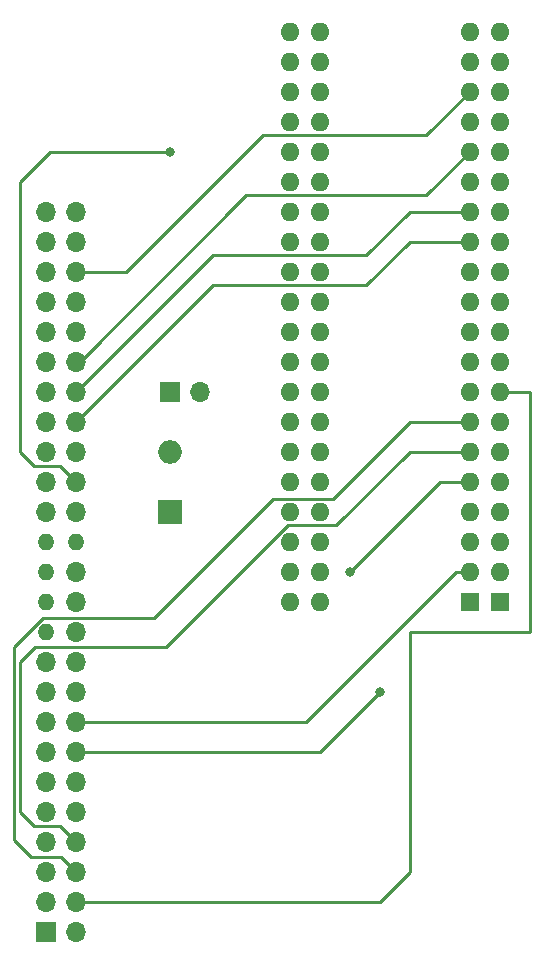
<source format=gbr>
%TF.GenerationSoftware,KiCad,Pcbnew,(6.0.6-0)*%
%TF.CreationDate,2023-05-29T07:50:41-04:00*%
%TF.ProjectId,SCSI adapter version 3,53435349-2061-4646-9170-746572207665,rev?*%
%TF.SameCoordinates,Original*%
%TF.FileFunction,Copper,L4,Bot*%
%TF.FilePolarity,Positive*%
%FSLAX46Y46*%
G04 Gerber Fmt 4.6, Leading zero omitted, Abs format (unit mm)*
G04 Created by KiCad (PCBNEW (6.0.6-0)) date 2023-05-29 07:50:41*
%MOMM*%
%LPD*%
G01*
G04 APERTURE LIST*
%TA.AperFunction,ComponentPad*%
%ADD10R,1.700000X1.700000*%
%TD*%
%TA.AperFunction,ComponentPad*%
%ADD11O,1.700000X1.700000*%
%TD*%
%TA.AperFunction,ComponentPad*%
%ADD12R,1.600000X1.600000*%
%TD*%
%TA.AperFunction,ComponentPad*%
%ADD13O,1.600000X1.600000*%
%TD*%
%TA.AperFunction,ComponentPad*%
%ADD14O,1.400000X1.400000*%
%TD*%
%TA.AperFunction,ComponentPad*%
%ADD15R,2.000000X2.000000*%
%TD*%
%TA.AperFunction,ComponentPad*%
%ADD16O,2.000000X2.000000*%
%TD*%
%TA.AperFunction,ViaPad*%
%ADD17C,0.800000*%
%TD*%
%TA.AperFunction,Conductor*%
%ADD18C,0.250000*%
%TD*%
G04 APERTURE END LIST*
D10*
%TO.P,TermPWR,1*%
%TO.N,VDD/Tpower*%
X68580000Y-91440000D03*
D11*
%TO.P,TermPWR,2*%
X71120000Y-91440000D03*
%TD*%
D12*
%TO.P,<-Socket,1*%
%TO.N,N/C*%
X96520000Y-109220000D03*
D13*
%TO.P,<-Socket,2*%
%TO.N,D7*%
X96520000Y-106680000D03*
%TO.P,<-Socket,3*%
%TO.N,D6*%
X96520000Y-104140000D03*
%TO.P,<-Socket,4*%
%TO.N,D5*%
X96520000Y-101600000D03*
%TO.P,<-Socket,5*%
%TO.N,D4*%
X96520000Y-99060000D03*
%TO.P,<-Socket,6*%
%TO.N,D3*%
X96520000Y-96520000D03*
%TO.P,<-Socket,7*%
%TO.N,D2*%
X96520000Y-93980000D03*
%TO.P,<-Socket,8*%
%TO.N,D1*%
X96520000Y-91440000D03*
%TO.P,<-Socket,9*%
%TO.N,D0*%
X96520000Y-88900000D03*
%TO.P,<-Socket,10*%
%TO.N,parity*%
X96520000Y-86360000D03*
%TO.P,<-Socket,11*%
%TO.N,GND*%
X96520000Y-83820000D03*
%TO.P,<-Socket,12*%
%TO.N,SEL*%
X96520000Y-81280000D03*
%TO.P,<-Socket,13*%
%TO.N,BSY*%
X96520000Y-78740000D03*
%TO.P,<-Socket,14*%
%TO.N,ACK*%
X96520000Y-76200000D03*
%TO.P,<-Socket,15*%
%TO.N,ATN*%
X96520000Y-73660000D03*
%TO.P,<-Socket,16*%
%TO.N,RST*%
X96520000Y-71120000D03*
%TO.P,<-Socket,17*%
%TO.N,I/O*%
X96520000Y-68580000D03*
%TO.P,<-Socket,18*%
%TO.N,C/D*%
X96520000Y-66040000D03*
%TO.P,<-Socket,19*%
%TO.N,MSG*%
X96520000Y-63500000D03*
%TO.P,<-Socket,20*%
%TO.N,REQ*%
X96520000Y-60960000D03*
%TO.P,<-Socket,21*%
%TO.N,N/C*%
X81280000Y-60960000D03*
%TO.P,<-Socket,22*%
X81280000Y-63500000D03*
%TO.P,<-Socket,23*%
X81280000Y-66040000D03*
%TO.P,<-Socket,24*%
X81280000Y-68580000D03*
%TO.P,<-Socket,25*%
X81280000Y-71120000D03*
%TO.P,<-Socket,26*%
X81280000Y-73660000D03*
%TO.P,<-Socket,27*%
X81280000Y-76200000D03*
%TO.P,<-Socket,28*%
X81280000Y-78740000D03*
%TO.P,<-Socket,29*%
X81280000Y-81280000D03*
%TO.P,<-Socket,30*%
X81280000Y-83820000D03*
%TO.P,<-Socket,31*%
%TO.N,VDD/Tpower*%
X81280000Y-86360000D03*
%TO.P,<-Socket,32*%
%TO.N,N/C*%
X81280000Y-88900000D03*
%TO.P,<-Socket,33*%
X81280000Y-91440000D03*
%TO.P,<-Socket,34*%
X81280000Y-93980000D03*
%TO.P,<-Socket,35*%
X81280000Y-96520000D03*
%TO.P,<-Socket,36*%
X81280000Y-99060000D03*
%TO.P,<-Socket,37*%
X81280000Y-101600000D03*
%TO.P,<-Socket,38*%
X81280000Y-104140000D03*
%TO.P,<-Socket,39*%
X81280000Y-106680000D03*
%TO.P,<-Socket,40*%
X81280000Y-109220000D03*
%TD*%
D12*
%TO.P,<-Socket,1*%
%TO.N,N/C*%
X93980000Y-109220000D03*
D13*
%TO.P,<-Socket,2*%
%TO.N,D7*%
X93980000Y-106680000D03*
%TO.P,<-Socket,3*%
%TO.N,D6*%
X93980000Y-104140000D03*
%TO.P,<-Socket,4*%
%TO.N,D5*%
X93980000Y-101600000D03*
%TO.P,<-Socket,5*%
%TO.N,D4*%
X93980000Y-99060000D03*
%TO.P,<-Socket,6*%
%TO.N,D3*%
X93980000Y-96520000D03*
%TO.P,<-Socket,7*%
%TO.N,D2*%
X93980000Y-93980000D03*
%TO.P,<-Socket,8*%
%TO.N,D1*%
X93980000Y-91440000D03*
%TO.P,<-Socket,9*%
%TO.N,D0*%
X93980000Y-88900000D03*
%TO.P,<-Socket,10*%
%TO.N,parity*%
X93980000Y-86360000D03*
%TO.P,<-Socket,11*%
%TO.N,GND*%
X93980000Y-83820000D03*
%TO.P,<-Socket,12*%
%TO.N,SEL*%
X93980000Y-81280000D03*
%TO.P,<-Socket,13*%
%TO.N,BSY*%
X93980000Y-78740000D03*
%TO.P,<-Socket,14*%
%TO.N,ACK*%
X93980000Y-76200000D03*
%TO.P,<-Socket,15*%
%TO.N,ATN*%
X93980000Y-73660000D03*
%TO.P,<-Socket,16*%
%TO.N,RST*%
X93980000Y-71120000D03*
%TO.P,<-Socket,17*%
%TO.N,I/O*%
X93980000Y-68580000D03*
%TO.P,<-Socket,18*%
%TO.N,C/D*%
X93980000Y-66040000D03*
%TO.P,<-Socket,19*%
%TO.N,MSG*%
X93980000Y-63500000D03*
%TO.P,<-Socket,20*%
%TO.N,REQ*%
X93980000Y-60960000D03*
%TO.P,<-Socket,21*%
%TO.N,N/C*%
X78740000Y-60960000D03*
%TO.P,<-Socket,22*%
X78740000Y-63500000D03*
%TO.P,<-Socket,23*%
X78740000Y-66040000D03*
%TO.P,<-Socket,24*%
X78740000Y-68580000D03*
%TO.P,<-Socket,25*%
X78740000Y-71120000D03*
%TO.P,<-Socket,26*%
X78740000Y-73660000D03*
%TO.P,<-Socket,27*%
X78740000Y-76200000D03*
%TO.P,<-Socket,28*%
X78740000Y-78740000D03*
%TO.P,<-Socket,29*%
X78740000Y-81280000D03*
%TO.P,<-Socket,30*%
X78740000Y-83820000D03*
%TO.P,<-Socket,31*%
%TO.N,VDD/Tpower*%
X78740000Y-86360000D03*
%TO.P,<-Socket,32*%
%TO.N,N/C*%
X78740000Y-88900000D03*
%TO.P,<-Socket,33*%
X78740000Y-91440000D03*
%TO.P,<-Socket,34*%
X78740000Y-93980000D03*
%TO.P,<-Socket,35*%
X78740000Y-96520000D03*
%TO.P,<-Socket,36*%
X78740000Y-99060000D03*
%TO.P,<-Socket,37*%
X78740000Y-101600000D03*
%TO.P,<-Socket,38*%
X78740000Y-104140000D03*
%TO.P,<-Socket,39*%
X78740000Y-106680000D03*
%TO.P,<-Socket,40*%
X78740000Y-109220000D03*
%TD*%
D10*
%TO.P,SCSI50,1*%
%TO.N,GND*%
X58133089Y-137160000D03*
D11*
%TO.P,SCSI50,2*%
%TO.N,D0*%
X60673089Y-137160000D03*
%TO.P,SCSI50,3*%
%TO.N,GND*%
X58133089Y-134620000D03*
%TO.P,SCSI50,4*%
%TO.N,D1*%
X60673089Y-134620000D03*
%TO.P,SCSI50,5*%
%TO.N,GND*%
X58133089Y-132080000D03*
%TO.P,SCSI50,6*%
%TO.N,D2*%
X60673089Y-132080000D03*
%TO.P,SCSI50,7*%
%TO.N,GND*%
X58133089Y-129540000D03*
%TO.P,SCSI50,8*%
%TO.N,D3*%
X60673089Y-129540000D03*
%TO.P,SCSI50,9*%
%TO.N,GND*%
X58133089Y-127000000D03*
%TO.P,SCSI50,10*%
%TO.N,D4*%
X60673089Y-127000000D03*
%TO.P,SCSI50,11*%
%TO.N,GND*%
X58133089Y-124460000D03*
%TO.P,SCSI50,12*%
%TO.N,D5*%
X60673089Y-124460000D03*
%TO.P,SCSI50,13*%
%TO.N,GND*%
X58133089Y-121920000D03*
%TO.P,SCSI50,14*%
%TO.N,D6*%
X60673089Y-121920000D03*
%TO.P,SCSI50,15*%
%TO.N,GND*%
X58133089Y-119380000D03*
%TO.P,SCSI50,16*%
%TO.N,D7*%
X60673089Y-119380000D03*
%TO.P,SCSI50,17*%
%TO.N,GND*%
X58133089Y-116840000D03*
%TO.P,SCSI50,18*%
%TO.N,parity*%
X60673089Y-116840000D03*
%TO.P,SCSI50,19*%
%TO.N,GND*%
X58133089Y-114300000D03*
%TO.P,SCSI50,20*%
X60673089Y-114300000D03*
D14*
%TO.P,SCSI50,21*%
%TO.N,N/C*%
X58133089Y-111760000D03*
D11*
%TO.P,SCSI50,22*%
%TO.N,GND*%
X60673089Y-111760000D03*
D14*
%TO.P,SCSI50,23*%
%TO.N,N/C*%
X58133089Y-109220000D03*
D11*
%TO.P,SCSI50,24*%
X60673089Y-109220000D03*
D14*
%TO.P,SCSI50,25*%
X58133089Y-106680000D03*
D11*
%TO.P,SCSI50,26*%
%TO.N,VDD/Tpower*%
X60673089Y-106680000D03*
D14*
%TO.P,SCSI50,27*%
%TO.N,N/C*%
X58133089Y-104140000D03*
%TO.P,SCSI50,28*%
X60673089Y-104140000D03*
D11*
%TO.P,SCSI50,29*%
%TO.N,GND*%
X58133089Y-101600000D03*
%TO.P,SCSI50,30*%
X60673089Y-101600000D03*
%TO.P,SCSI50,31*%
X58133089Y-99060000D03*
%TO.P,SCSI50,32*%
%TO.N,ATN*%
X60673089Y-99060000D03*
%TO.P,SCSI50,33*%
%TO.N,GND*%
X58133089Y-96520000D03*
%TO.P,SCSI50,34*%
X60673089Y-96520000D03*
%TO.P,SCSI50,35*%
X58133089Y-93980000D03*
%TO.P,SCSI50,36*%
%TO.N,BSY*%
X60673089Y-93980000D03*
%TO.P,SCSI50,37*%
%TO.N,GND*%
X58133089Y-91440000D03*
%TO.P,SCSI50,38*%
%TO.N,ACK*%
X60673089Y-91440000D03*
%TO.P,SCSI50,39*%
%TO.N,GND*%
X58133089Y-88900000D03*
%TO.P,SCSI50,40*%
%TO.N,RST*%
X60673089Y-88900000D03*
%TO.P,SCSI50,41*%
%TO.N,GND*%
X58133089Y-86360000D03*
%TO.P,SCSI50,42*%
%TO.N,MSG*%
X60673089Y-86360000D03*
%TO.P,SCSI50,43*%
%TO.N,GND*%
X58133089Y-83820000D03*
%TO.P,SCSI50,44*%
%TO.N,SEL*%
X60673089Y-83820000D03*
%TO.P,SCSI50,45*%
%TO.N,GND*%
X58133089Y-81280000D03*
%TO.P,SCSI50,46*%
%TO.N,C/D*%
X60673089Y-81280000D03*
%TO.P,SCSI50,47*%
%TO.N,GND*%
X58133089Y-78740000D03*
%TO.P,SCSI50,48*%
%TO.N,REQ*%
X60673089Y-78740000D03*
%TO.P,SCSI50,49*%
%TO.N,GND*%
X58133089Y-76200000D03*
%TO.P,SCSI50,50*%
%TO.N,I/O*%
X60673089Y-76200000D03*
%TD*%
D15*
%TO.P,Diode,1*%
%TO.N,VDD/Tpower*%
X68580000Y-101600000D03*
D16*
%TO.P,Diode,2*%
X68580000Y-96520000D03*
%TD*%
D17*
%TO.N,D6*%
X86360000Y-116840000D03*
%TO.N,D4*%
X83820000Y-106680000D03*
%TO.N,ATN*%
X68580000Y-71120000D03*
%TD*%
D18*
%TO.N,D7*%
X92848630Y-106680000D02*
X80148630Y-119380000D01*
X93980000Y-106680000D02*
X92848630Y-106680000D01*
X80148630Y-119380000D02*
X60673089Y-119380000D01*
%TO.N,D6*%
X81280000Y-121920000D02*
X60673089Y-121920000D01*
X86360000Y-116840000D02*
X81280000Y-121920000D01*
%TO.N,D4*%
X91440000Y-99060000D02*
X93980000Y-99060000D01*
X83820000Y-106680000D02*
X91440000Y-99060000D01*
%TO.N,D3*%
X57156778Y-113023222D02*
X55880000Y-114300000D01*
X55880000Y-114300000D02*
X55880000Y-127000000D01*
X57055000Y-128175000D02*
X59308089Y-128175000D01*
X59308089Y-128175000D02*
X60673089Y-129540000D01*
X82695000Y-102725000D02*
X88900000Y-96520000D01*
X55880000Y-127000000D02*
X57055000Y-128175000D01*
X78564009Y-102725000D02*
X82695000Y-102725000D01*
X88900000Y-96520000D02*
X93980000Y-96520000D01*
X68265787Y-113023222D02*
X78564009Y-102725000D01*
X68265787Y-113023222D02*
X57156778Y-113023222D01*
%TO.N,D2*%
X55430000Y-113013520D02*
X55430000Y-129368355D01*
X57863520Y-110580000D02*
X55430000Y-113013520D01*
X59398811Y-130805722D02*
X60673089Y-132080000D01*
X77325000Y-100475000D02*
X67220000Y-110580000D01*
X88900000Y-93980000D02*
X82405000Y-100475000D01*
X55430000Y-129368355D02*
X56867367Y-130805722D01*
X93980000Y-93980000D02*
X88900000Y-93980000D01*
X67220000Y-110580000D02*
X57863520Y-110580000D01*
X82405000Y-100475000D02*
X77325000Y-100475000D01*
X56867367Y-130805722D02*
X59398811Y-130805722D01*
%TO.N,D1*%
X86360000Y-134620000D02*
X88900000Y-132080000D01*
X99060000Y-111760000D02*
X99060000Y-91440000D01*
X88900000Y-111760000D02*
X99060000Y-111760000D01*
X99060000Y-91440000D02*
X96520000Y-91440000D01*
X86360000Y-134620000D02*
X60960000Y-134620000D01*
X88900000Y-132080000D02*
X88900000Y-111760000D01*
%TO.N,BSY*%
X88900000Y-78740000D02*
X85235000Y-82405000D01*
X93980000Y-78740000D02*
X88900000Y-78740000D01*
X85235000Y-82405000D02*
X72248089Y-82405000D01*
X72248089Y-82405000D02*
X60673089Y-93980000D01*
%TO.N,RST*%
X90315000Y-74785000D02*
X75075000Y-74785000D01*
X60960000Y-88900000D02*
X75075000Y-74785000D01*
X90315000Y-74785000D02*
X93980000Y-71120000D01*
%TO.N,ATN*%
X57055000Y-97695000D02*
X59308089Y-97695000D01*
X59308089Y-97695000D02*
X60673089Y-99060000D01*
X55880000Y-73660000D02*
X55880000Y-96520000D01*
X55880000Y-96520000D02*
X57055000Y-97695000D01*
X58420000Y-71120000D02*
X55880000Y-73660000D01*
X58420000Y-71120000D02*
X68580000Y-71120000D01*
%TO.N,ACK*%
X72248089Y-79865000D02*
X60673089Y-91440000D01*
X93980000Y-76200000D02*
X88900000Y-76200000D01*
X85235000Y-79865000D02*
X72248089Y-79865000D01*
X88900000Y-76200000D02*
X85235000Y-79865000D01*
%TO.N,C/D*%
X90315000Y-69705000D02*
X93980000Y-66040000D01*
X76490000Y-69705000D02*
X64915000Y-81280000D01*
X76490000Y-69705000D02*
X90315000Y-69705000D01*
X64915000Y-81280000D02*
X60673089Y-81280000D01*
%TD*%
M02*

</source>
